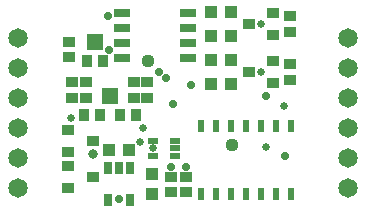
<source format=gbr>
G04 EAGLE Gerber X2 export*
%TF.Part,Single*%
%TF.FileFunction,Soldermask,Top,1*%
%TF.FilePolarity,Negative*%
%TF.GenerationSoftware,Autodesk,EAGLE,9.0.1*%
%TF.CreationDate,2018-09-06T19:24:28Z*%
G75*
%MOMM*%
%FSLAX34Y34*%
%LPD*%
%AMOC8*
5,1,8,0,0,1.08239X$1,22.5*%
G01*
%ADD10R,1.127000X1.127000*%
%ADD11R,1.027000X0.827000*%
%ADD12R,1.327000X0.727000*%
%ADD13R,0.627000X1.127000*%
%ADD14C,1.651000*%
%ADD15C,1.127000*%
%ADD16R,1.027000X0.927000*%
%ADD17R,0.927000X0.477000*%
%ADD18R,0.677000X1.127000*%
%ADD19R,0.637000X0.317000*%
%ADD20R,0.827000X1.027000*%
%ADD21C,0.731000*%
%ADD22C,0.681000*%
%ADD23C,0.831000*%


D10*
X159140Y149860D03*
X176140Y149860D03*
X195580Y112150D03*
X195580Y129150D03*
D11*
X212090Y114150D03*
X212090Y127150D03*
X312420Y222400D03*
X312420Y209400D03*
X312420Y250040D03*
X312420Y263040D03*
X224790Y127150D03*
X224790Y114150D03*
D12*
X170120Y265430D03*
X170120Y252730D03*
X170120Y240030D03*
X170120Y227330D03*
X226120Y227330D03*
X226120Y240030D03*
X226120Y252730D03*
X226120Y265430D03*
D13*
X275590Y169720D03*
X288290Y169720D03*
X300990Y169720D03*
X313690Y169720D03*
X262890Y169720D03*
X250190Y169720D03*
X237490Y169720D03*
X237490Y112220D03*
X250190Y112220D03*
X262890Y112220D03*
X275590Y112220D03*
X288290Y112220D03*
X300990Y112220D03*
X313690Y112220D03*
D14*
X82550Y244458D03*
X82550Y219058D03*
X82550Y193658D03*
X82550Y168258D03*
X82550Y142858D03*
X82550Y117458D03*
X361950Y117458D03*
X361950Y142858D03*
X361950Y168258D03*
X361950Y193658D03*
X361950Y219058D03*
X361950Y244458D03*
D15*
X263057Y154247D03*
X192347Y224957D03*
D11*
X180340Y207160D03*
X180340Y194160D03*
X191770Y207160D03*
X191770Y194160D03*
D16*
X124620Y166980D03*
X124620Y147980D03*
X145620Y157480D03*
D17*
X196240Y157630D03*
X196240Y144630D03*
X215240Y144630D03*
X215240Y151130D03*
X215240Y157630D03*
D18*
X177140Y107150D03*
X158140Y107150D03*
X158140Y134150D03*
X167640Y134150D03*
X177140Y134150D03*
D19*
X156670Y190330D03*
X156670Y193830D03*
X156670Y197330D03*
X156670Y200830D03*
X163370Y200830D03*
X163370Y197330D03*
X163370Y193830D03*
X163370Y190330D03*
X143970Y236050D03*
X143970Y239550D03*
X143970Y243050D03*
X143970Y246550D03*
X150670Y246550D03*
X150670Y243050D03*
X150670Y239550D03*
X150670Y236050D03*
D11*
X125730Y241450D03*
X125730Y228450D03*
D20*
X151280Y179070D03*
X138280Y179070D03*
D11*
X128270Y207160D03*
X128270Y194160D03*
X139700Y207160D03*
X139700Y194160D03*
D20*
X140820Y224790D03*
X153820Y224790D03*
X168760Y179070D03*
X181760Y179070D03*
D16*
X124620Y136500D03*
X124620Y117500D03*
X145620Y127000D03*
X298290Y247040D03*
X298290Y266040D03*
X277290Y256540D03*
X298290Y206400D03*
X298290Y225400D03*
X277290Y215900D03*
D10*
X245500Y266700D03*
X262500Y266700D03*
X245500Y246380D03*
X262500Y246380D03*
X245500Y205740D03*
X262500Y205740D03*
X245500Y226060D03*
X262500Y226060D03*
D21*
X212952Y188368D03*
X228600Y204470D03*
D22*
X292100Y152400D03*
X288290Y215900D03*
X288290Y256540D03*
D21*
X201930Y215900D03*
X292100Y195580D03*
X207279Y210551D03*
X224790Y135194D03*
D22*
X307340Y186690D03*
D21*
X212090Y135194D03*
D22*
X196850Y151130D03*
D21*
X158750Y262890D03*
X159126Y234724D03*
X167640Y107950D03*
D22*
X187960Y168378D03*
D21*
X308610Y144780D03*
D22*
X127000Y176530D03*
X185434Y156210D03*
D23*
X146050Y146050D03*
M02*

</source>
